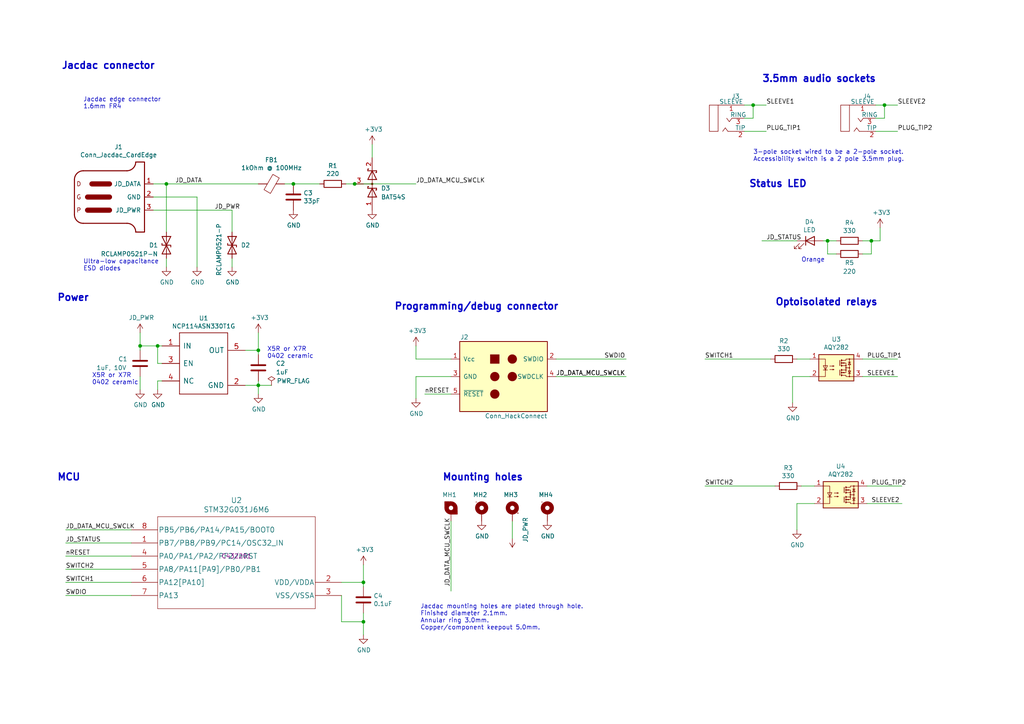
<source format=kicad_sch>
(kicad_sch (version 20220404) (generator eeschema)
  (paper "A4")
  (title_block (title "Jacdac access switch interface") (date "2022-01-07") (rev "v1.5") (comment 3 "Licence: Attribution 4.0 International (CC BY 4.0)") (comment 4 "Matthew Oppenheim"))
  (lib_symbols
    (symbol "Device:C" (pin_numbers hide) (pin_names (offset 0.254))
      (property "Reference" "C" (at 0.635 2.54 0))
      (property "Value" "C" (at 0.635 -2.54 0))
      (symbol "C_0_1"
        (polyline (pts (xy -2.032 -0.762) (xy 2.032 -0.762)) (stroke (width 0.508)))
        (polyline (pts (xy -2.032 0.762) (xy 2.032 0.762)) (stroke (width 0.508)))
      )
      (symbol "C_1_1"
        (pin passive line (at 0 3.81 270) (length 2.794) (name "~") (number "1"))
        (pin passive line (at 0 -3.81 90) (length 2.794) (name "~") (number "2"))
      )
    )
    (symbol "Device:D_Schottky_Dual_Series_AKC" (pin_names (offset 0.762) hide)
      (property "Reference" "D" (at 1.27 -2.54 0))
      (property "Value" "D_Schottky_Dual_Series_AKC" (at 0 2.54 0))
      (symbol "D_Schottky_Dual_Series_AKC_0_1"
        (polyline (pts (xy -3.81 0) (xy 3.81 0)))
        (polyline (pts (xy 0 0) (xy 0 -2.54)))
        (polyline (pts (xy 6.35 0) (xy 7.62 0)))
        (polyline (pts (xy -1.27 -1.27) (xy -1.27 1.27) (xy -1.27 1.27)) (stroke (width 0.254)))
        (polyline (pts (xy 3.81 1.27) (xy 3.81 -1.27) (xy 3.81 -1.27)) (stroke (width 0.254)))
        (polyline (pts (xy -1.27 -1.27) (xy -0.762 -1.27) (xy -0.762 -1.016) (xy -0.762 -1.016)) (stroke (width 0.254)))
        (polyline (pts (xy 3.81 -1.27) (xy 4.318 -1.27) (xy 4.318 -1.016) (xy 4.318 -1.016)) (stroke (width 0.254)))
        (polyline (pts (xy 3.81 1.27) (xy 3.302 1.27) (xy 3.302 1.016) (xy 3.302 1.016)) (stroke (width 0.254)))
        (polyline (pts (xy -1.778 1.016) (xy -1.778 1.27) (xy -1.27 1.27) (xy -1.27 1.27) (xy -1.27 1.27)) (stroke (width 0.254)))
        (polyline (pts (xy -3.81 1.27) (xy -1.27 0) (xy -3.81 -1.27) (xy -3.81 1.27) (xy -3.81 1.27) (xy -3.81 1.27)) (stroke (width 0.254)))
        (polyline (pts (xy 1.27 1.27) (xy 3.81 0) (xy 1.27 -1.27) (xy 1.27 1.27) (xy 1.27 1.27) (xy 1.27 1.27)) (stroke (width 0.254)))
        (circle (center 0 0) (radius 0.254) (fill (type outline)))
        (pin passive line (at -7.62 0 0) (length 3.81) (name "A") (number "1"))
        (pin passive line (at 7.62 0 180) (length 3.81) (name "K") (number "2"))
        (pin passive line (at 0 -5.08 90) (length 2.54) (name "common") (number "3"))
      )
    )
    (symbol "Device:D_TVS" (pin_numbers hide) (pin_names (offset 1.016) hide)
      (property "Reference" "D" (at 0 2.54 0))
      (property "Value" "D_TVS" (at 0 -2.54 0))
      (symbol "D_TVS_0_1"
        (polyline (pts (xy 1.27 0) (xy -1.27 0)))
        (polyline (pts (xy 0.508 1.27) (xy 0 1.27) (xy 0 -1.27) (xy -0.508 -1.27)) (stroke (width 0.254)))
        (polyline (pts (xy -2.54 1.27) (xy -2.54 -1.27) (xy 2.54 1.27) (xy 2.54 -1.27) (xy -2.54 1.27)) (stroke (width 0.254)))
      )
      (symbol "D_TVS_1_1"
        (pin passive line (at -3.81 0 0) (length 2.54) (name "A1") (number "1"))
        (pin passive line (at 3.81 0 180) (length 2.54) (name "A2") (number "2"))
      )
    )
    (symbol "Device:FerriteBead" (pin_numbers hide) (pin_names (offset 0))
      (property "Reference" "FB" (at -3.81 0.635 90))
      (property "Value" "FerriteBead" (at 3.81 0 90))
      (symbol "FerriteBead_0_1"
        (polyline (pts (xy 0 -1.27) (xy 0 -1.2192)))
        (polyline (pts (xy 0 1.27) (xy 0 1.2954)))
        (polyline (pts (xy -2.7686 0.4064) (xy -1.7018 2.2606) (xy 2.7686 -0.3048) (xy 1.6764 -2.159) (xy -2.7686 0.4064)))
      )
      (symbol "FerriteBead_1_1"
        (pin passive line (at 0 3.81 270) (length 2.54) (name "~") (number "1"))
        (pin passive line (at 0 -3.81 90) (length 2.54) (name "~") (number "2"))
      )
    )
    (symbol "Device:LED" (pin_numbers hide) (pin_names (offset 1.016) hide)
      (property "Reference" "D" (at 0 2.54 0))
      (property "Value" "LED" (at 0 -2.54 0))
      (symbol "LED_0_1"
        (polyline (pts (xy -1.27 -1.27) (xy -1.27 1.27)) (stroke (width 0.254)))
        (polyline (pts (xy -1.27 0) (xy 1.27 0)))
        (polyline (pts (xy 1.27 -1.27) (xy 1.27 1.27) (xy -1.27 0) (xy 1.27 -1.27)) (stroke (width 0.254)))
        (polyline (pts (xy -3.048 -0.762) (xy -4.572 -2.286) (xy -3.81 -2.286) (xy -4.572 -2.286) (xy -4.572 -1.524)))
        (polyline (pts (xy -1.778 -0.762) (xy -3.302 -2.286) (xy -2.54 -2.286) (xy -3.302 -2.286) (xy -3.302 -1.524)))
      )
      (symbol "LED_1_1"
        (pin passive line (at -3.81 0 0) (length 2.54) (name "K") (number "1"))
        (pin passive line (at 3.81 0 180) (length 2.54) (name "A") (number "2"))
      )
    )
    (symbol "Device:R" (pin_numbers hide) (pin_names (offset 0))
      (property "Reference" "R" (at 2.032 0 90))
      (property "Value" "R" (at 0 0 90))
      (symbol "R_0_1"
        (rectangle (start -1.016 -2.54) (end 1.016 2.54) (stroke (width 0.254)))
      )
      (symbol "R_1_1"
        (pin passive line (at 0 3.81 270) (length 1.27) (name "~") (number "1"))
        (pin passive line (at 0 -3.81 90) (length 1.27) (name "~") (number "2"))
      )
    )
    (symbol "Jacdac:Conn_HackConnect" (pin_names (offset 1.016))
      (property "Reference" "J" (at -10.16 10.16 0))
      (property "Value" "Conn_HackConnect" (at 13.97 -13.97 0))
      (symbol "Conn_HackConnect_0_1"
        (rectangle (start -11.43 8.89) (end 13.97 -11.43) (stroke (width 0.254)) (fill (type background)))
        (rectangle (start -2.54 5.08) (end 0 2.54) (fill (type outline)))
        (circle (center -1.27 -1.27) (radius 1.27) (fill (type outline)))
      )
      (symbol "Conn_HackConnect_1_1"
        (circle (center -1.27 -6.35) (radius 1.27) (fill (type outline)))
        (circle (center 3.81 -1.27) (radius 1.27) (fill (type outline)))
        (circle (center 3.81 3.81) (radius 1.27) (fill (type outline)))
        (pin power_in line (at -13.97 3.81 0) (length 2.54) (name "Vcc") (number "1"))
        (pin bidirectional line (at 16.51 3.81 180) (length 2.54) (name "SWDIO") (number "2"))
        (pin power_in line (at -13.97 -1.27 0) (length 2.54) (name "GND") (number "3"))
        (pin output line (at 16.51 -1.27 180) (length 2.54) (name "SWDCLK") (number "4"))
        (pin output line (at -13.97 -6.35 0) (length 2.54) (name "~{RESET}") (number "5"))
      )
    )
    (symbol "Jacdac:Conn_Jacdac_CardEdge" (pin_names (offset 1.016))
      (property "Reference" "J" (at -8.89 10.16 0))
      (property "Value" "Conn_Jacdac_CardEdge" (at 10.16 -12.7 0))
      (symbol "Conn_Jacdac_CardEdge_0_0"
        (text "D" (at -10.16 3.81 0) (effects (font (size 1.27 1.27))))
        (text "G" (at -10.16 0 0) (effects (font (size 1.27 1.27))))
        (text "P" (at -10.16 -3.81 0) (effects (font (size 1.27 1.27))))
      )
      (symbol "Conn_Jacdac_CardEdge_0_1"
        (arc (start -11.43 -5.08) (mid -10.6877 -6.8849) (end -8.89 -7.62) (stroke (width 0.3048)))
        (arc (start -8.89 7.62) (mid -10.6697 6.8671) (end -11.43 5.08) (stroke (width 0.3048)))
        (rectangle (start -7.62 -3.81) (end -1.27 -3.81) (stroke (width 1.4986)))
        (rectangle (start -7.62 0) (end -1.27 0) (stroke (width 1.4986)))
        (rectangle (start -6.35 3.81) (end -1.27 3.81) (stroke (width 1.4986)))
        (polyline (pts (xy -11.43 5.08) (xy -11.43 -5.08)) (stroke (width 0.3048)))
        (polyline (pts (xy -8.89 -7.62) (xy 3.81 -7.62)) (stroke (width 0.3048)))
        (polyline (pts (xy -8.89 7.62) (xy 3.81 7.62)) (stroke (width 0.3048)))
        (polyline (pts (xy 6.35 10.16) (xy 8.89 10.16) (xy 8.89 -10.16) (xy 6.35 -10.16)) (stroke (width 0.3048)))
        (arc (start 3.81 7.62) (mid 5.5897 8.3729) (end 6.35 10.16) (stroke (width 0.3048)))
        (arc (start 6.35 -10.16) (mid 5.6077 -8.3551) (end 3.81 -7.62) (stroke (width 0.3048)))
      )
      (symbol "Conn_Jacdac_CardEdge_1_1"
        (pin bidirectional line (at 11.43 3.81 180) (length 2.54) (name "JD_DATA") (number "1"))
        (pin power_in line (at 11.43 0 180) (length 2.54) (name "GND") (number "2"))
        (pin power_out line (at 11.43 -3.81 180) (length 2.54) (name "JD_PWR") (number "3"))
      )
    )
    (symbol "Jacdac:jacdac_PWR" (power) (pin_names (offset 0))
      (property "Value" "jacdac_PWR" (at 0 3.81 0))
      (symbol "jacdac_PWR_0_1"
        (polyline (pts (xy -0.762 1.27) (xy 0 2.54)))
        (polyline (pts (xy 0 0) (xy 0 2.54)))
        (polyline (pts (xy 0 2.54) (xy 0.762 1.27)))
      )
      (symbol "jacdac_PWR_1_1"
        (pin power_in line (at 0 0 90) (length 0) hide (name "JD_PWR") (number "1"))
      )
    )
    (symbol "Jacdac:jacdac_hole_DATA_MH1" (pin_numbers hide) (pin_names (offset 1.016) hide) (in_bom no)
      (property "Reference" "MH" (at 0 6.35 0))
      (property "Value" "jacdac_hole_DATA_MH1" (at 0 4.445 0))
      (symbol "jacdac_hole_DATA_MH1_0_1"
        (rectangle (start -1.778 3.0734) (end -0.6096 2.0574) (fill (type outline)))
        (polyline (pts (xy -1.8288 1.2954) (xy -1.8288 3.0988) (xy -0.0254 3.0988) (xy -1.7526 1.27)))
        (polyline (pts (xy -0.0254 -0.5588) (xy 1.8288 -0.5588) (xy 1.8288 1.27) (xy 0 -0.5334)))
        (circle (center 0 1.27) (radius 1.27) (stroke (width 1.27)))
        (rectangle (start 0.4572 0.508) (end 1.8288 -0.5334) (fill (type outline)))
      )
      (symbol "jacdac_hole_DATA_MH1_1_1"
        (pin input line (at 0 -2.54 90) (length 2.54) (name "MH1") (number "MH1"))
      )
    )
    (symbol "Jacdac:jacdac_hole_GND_MH2" (pin_numbers hide) (pin_names (offset 1.016) hide) (in_bom no)
      (property "Reference" "MH" (at 0 6.35 0))
      (property "Value" "jacdac_hole_GND_MH2" (at 0 4.445 0))
      (symbol "jacdac_hole_GND_MH2_0_0"
        (text "-" (at -1.5494 3.0226 0) (effects (font (size 0.5 0.5))))
      )
      (symbol "jacdac_hole_GND_MH2_0_1"
        (circle (center 0 1.27) (radius 1.27) (stroke (width 1.27)))
      )
      (symbol "jacdac_hole_GND_MH2_1_1"
        (pin input line (at 0 -2.54 90) (length 2.54) (name "MH2") (number "MH2"))
      )
    )
    (symbol "Jacdac:jacdac_hole_GND_MH4" (pin_numbers hide) (pin_names (offset 1.016) hide) (in_bom no)
      (property "Reference" "MH" (at 0 6.35 0))
      (property "Value" "jacdac_hole_GND_MH4" (at 0 4.445 0))
      (symbol "jacdac_hole_GND_MH4_0_0"
        (text "-" (at -1.5494 3.0226 0) (effects (font (size 0.5 0.5))))
      )
      (symbol "jacdac_hole_GND_MH4_0_1"
        (circle (center 0 1.27) (radius 1.27) (stroke (width 1.27)))
      )
      (symbol "jacdac_hole_GND_MH4_1_1"
        (pin input line (at 0 -2.54 90) (length 2.54) (name "MH4") (number "MH4"))
      )
    )
    (symbol "Jacdac:jacdac_hole_PWR_MH3" (pin_numbers hide) (pin_names (offset 1.016) hide) (in_bom no)
      (property "Reference" "MH" (at 0 6.35 0))
      (property "Value" "jacdac_hole_PWR_MH3" (at 0 4.445 0))
      (symbol "jacdac_hole_PWR_MH3_0_0"
        (text "+" (at 1.6256 -0.2032 0) (effects (font (size 0.5 0.5))))
      )
      (symbol "jacdac_hole_PWR_MH3_0_1"
        (circle (center 0 1.27) (radius 1.27) (stroke (width 1.27)))
      )
      (symbol "jacdac_hole_PWR_MH3_1_1"
        (pin input line (at 0 -2.54 90) (length 2.54) (name "MH3") (number "MH3"))
      )
    )
    (symbol "jacdac_access_switch_interface:AQY282" (pin_names (offset 1.016))
      (property "Reference" "U" (at -5.08 5.08 0))
      (property "Value" "AQY282" (at 0 5.08 0))
      (symbol "AQY282_0_1"
        (rectangle (start -5.08 3.81) (end 5.08 -3.81) (stroke (width 0.254)) (fill (type background)))
        (polyline (pts (xy -3.81 -0.635) (xy -2.54 -0.635)))
        (polyline (pts (xy -3.175 0.635) (xy -3.175 -0.635)))
        (polyline (pts (xy 1.016 -0.635) (xy 1.016 -2.159)) (stroke (width 0.2032)))
        (polyline (pts (xy 1.016 2.159) (xy 1.016 0.635)) (stroke (width 0.2032)))
        (polyline (pts (xy 1.524 -0.508) (xy 1.524 -0.762)) (stroke (width 0.3556)))
        (polyline (pts (xy 2.794 0) (xy 3.81 0)))
        (polyline (pts (xy 3.429 -1.651) (xy 4.191 -1.651)))
        (polyline (pts (xy 3.429 1.651) (xy 4.191 1.651)))
        (polyline (pts (xy 3.81 0) (xy 3.81 -2.54)))
        (polyline (pts (xy 3.81 0) (xy 3.81 2.54)))
        (polyline (pts (xy -5.08 2.54) (xy -3.175 2.54) (xy -3.175 0.635)))
        (polyline (pts (xy -3.175 -0.635) (xy -3.175 -2.54) (xy -5.08 -2.54)))
        (polyline (pts (xy 1.524 -2.032) (xy 1.524 -2.286) (xy 1.524 -2.286)) (stroke (width 0.3556)))
        (polyline (pts (xy 1.524 -1.27) (xy 1.524 -1.524) (xy 1.524 -1.524)) (stroke (width 0.3556)))
        (polyline (pts (xy 1.524 0.762) (xy 1.524 0.508) (xy 1.524 0.508)) (stroke (width 0.3556)))
        (polyline (pts (xy 1.524 1.524) (xy 1.524 1.27) (xy 1.524 1.27)) (stroke (width 0.3556)))
        (polyline (pts (xy 1.524 2.286) (xy 1.524 2.032) (xy 1.524 2.032)) (stroke (width 0.3556)))
        (polyline (pts (xy 1.651 -1.397) (xy 2.794 -1.397) (xy 2.794 -0.635)))
        (polyline (pts (xy 1.651 1.397) (xy 2.794 1.397) (xy 2.794 0.635)))
        (polyline (pts (xy -3.175 -0.635) (xy -3.81 0.635) (xy -2.54 0.635) (xy -3.175 -0.635)))
        (polyline (pts (xy 1.651 -2.159) (xy 2.794 -2.159) (xy 2.794 -2.54) (xy 5.08 -2.54)))
        (polyline (pts (xy 1.651 -0.635) (xy 2.794 -0.635) (xy 2.794 0.635) (xy 1.651 0.635)))
        (polyline (pts (xy 1.651 2.159) (xy 2.794 2.159) (xy 2.794 2.54) (xy 5.08 2.54)))
        (polyline (pts (xy 1.778 -1.397) (xy 2.286 -1.27) (xy 2.286 -1.524) (xy 1.778 -1.397)))
        (polyline (pts (xy 1.778 1.397) (xy 2.286 1.524) (xy 2.286 1.27) (xy 1.778 1.397)))
        (polyline (pts (xy 3.81 -1.651) (xy 3.429 -0.889) (xy 4.191 -0.889) (xy 3.81 -1.651)))
        (polyline (pts (xy 3.81 1.651) (xy 3.429 0.889) (xy 4.191 0.889) (xy 3.81 1.651)))
        (polyline (pts (xy -1.905 -0.508) (xy -0.635 -0.508) (xy -1.016 -0.635) (xy -1.016 -0.381) (xy -0.635 -0.508)))
        (polyline (pts (xy -1.905 0.508) (xy -0.635 0.508) (xy -1.016 0.381) (xy -1.016 0.635) (xy -0.635 0.508)))
        (circle (center 2.794 -0.635) (radius 0.127))
        (circle (center 2.794 0) (radius 0.127))
        (circle (center 2.794 0.635) (radius 0.127))
        (circle (center 3.81 -2.54) (radius 0.127))
        (circle (center 3.81 0) (radius 0.127))
        (circle (center 3.81 2.54) (radius 0.127))
      )
      (symbol "AQY282_1_1"
        (pin passive line (at -7.62 2.54 0) (length 2.54) (name "~") (number "1"))
        (pin power_in line (at -7.62 -2.54 0) (length 2.54) (name "~") (number "2"))
        (pin passive line (at 7.62 -2.54 180) (length 2.54) (name "~") (number "3"))
        (pin passive line (at 7.62 2.54 180) (length 2.54) (name "~") (number "4"))
      )
    )
    (symbol "jacdac_access_switch_interface:NCP114ASN330T1G" (pin_names (offset 1.016))
      (property "Reference" "U" (at 0 0 0))
      (property "Value" "NCP114ASN330T1G" (at 6.35 -11.43 0))
      (symbol "NCP114ASN330T1G_1_1"
        (polyline (pts (xy -7.62 -8.89) (xy 6.35 -8.89)) (stroke (width 0.2032)))
        (polyline (pts (xy -7.62 8.89) (xy -7.62 -8.89)) (stroke (width 0.2032)))
        (polyline (pts (xy 6.35 -8.89) (xy 6.35 8.89)) (stroke (width 0.2032)))
        (polyline (pts (xy 6.35 8.89) (xy -7.62 8.89)) (stroke (width 0.2032)))
        (pin power_in line (at -12.7 5.08 0) (length 5.08) (name "IN") (number "1"))
        (pin power_in line (at 11.43 -6.35 180) (length 5.08) (name "GND") (number "2"))
        (pin input line (at -12.7 0 0) (length 5.08) (name "EN") (number "3"))
        (pin passive line (at -12.7 -5.08 0) (length 5.08) (name "NC") (number "4"))
        (pin power_out line (at 11.43 3.81 180) (length 5.08) (name "OUT") (number "5"))
      )
    )
    (symbol "jacdac_access_switch_interface:STM32G031J6M6" (pin_names (offset 0.254))
      (property "Reference" "U" (at -21.59 13.97 0))
      (property "Value" "STM32G031J6M6" (at 12.7 -17.78 0))
      (property "LCSC" "C432201" (at 0 0 0))
      (symbol "STM32G031J6M6_1_1"
        (polyline (pts (xy -22.86 -15.24) (xy 22.86 -15.24)) (stroke (width 0.127)))
        (polyline (pts (xy -22.86 11.43) (xy -22.86 -15.24)) (stroke (width 0.127)))
        (polyline (pts (xy 22.86 -15.24) (xy 22.86 11.43)) (stroke (width 0.127)))
        (polyline (pts (xy 22.86 11.43) (xy -22.86 11.43)) (stroke (width 0.127)))
        (pin bidirectional line (at -30.48 3.81 0) (length 7.62) (name "PB7/PB8/PB9/PC14/OSC32_IN") (number "1"))
        (pin power_in line (at 30.48 -7.62 180) (length 7.62) (name "VDD/VDDA") (number "2"))
        (pin power_in line (at 30.48 -11.43 180) (length 7.62) (name "VSS/VSSA") (number "3"))
        (pin bidirectional line (at -30.48 0 0) (length 7.62) (name "PA0/PA1/PA2/PF2/nRST") (number "4"))
        (pin bidirectional line (at -30.48 -3.81 0) (length 7.62) (name "PA8/PA11[PA9]/PB0/PB1") (number "5"))
        (pin bidirectional line (at -30.48 -7.62 0) (length 7.62) (name "PA12[PA10]") (number "6"))
        (pin bidirectional line (at -30.48 -11.43 0) (length 7.62) (name "PA13") (number "7"))
        (pin bidirectional line (at -30.48 7.62 0) (length 7.62) (name "PB5/PB6/PA14/PA15/BOOT0") (number "8"))
      )
    )
    (symbol "jacdac_access_switch_interface:jack_3.5_pj313d" (pin_names (offset 0))
      (property "Reference" "J" (at -8.89 -7.62 0))
      (symbol "jack_3.5_pj313d_0_1"
        (polyline (pts (xy -3.5052 -5.08) (xy -1.016 -5.08)))
      )
      (symbol "jack_3.5_pj313d_1_1"
        (rectangle (start -8.89 2.54) (end -6.35 -5.08))
        (polyline (pts (xy -4.2672 -4.064) (xy -5.0292 -5.08)))
        (polyline (pts (xy -3.5052 -5.08) (xy -4.2672 -4.064)))
        (polyline (pts (xy -3.0988 -2.286) (xy -3.8608 -1.27)))
        (polyline (pts (xy -2.3368 -1.27) (xy -3.0988 -2.286)))
        (pin bidirectional line (at 1.27 2.54 180) (length 7.5946) (name "SLEEVE") (number "1"))
        (pin bidirectional line (at 1.27 -5.08 180) (length 2.286) (name "TIP") (number "2"))
        (pin bidirectional line (at 1.27 -1.27 180) (length 3.556) (name "RING") (number "3"))
      )
    )
    (symbol "power:+3V3" (power) (pin_names (offset 0))
      (property "Value" "+3V3" (at 0 3.556 0))
      (symbol "+3V3_0_1"
        (polyline (pts (xy -0.762 1.27) (xy 0 2.54)))
        (polyline (pts (xy 0 0) (xy 0 2.54)))
        (polyline (pts (xy 0 2.54) (xy 0.762 1.27)))
      )
      (symbol "+3V3_1_1"
        (pin power_in line (at 0 0 90) (length 0) hide (name "+3V3") (number "1"))
      )
    )
    (symbol "power:GND" (power) (pin_names (offset 0))
      (property "Value" "GND" (at 0 -3.81 0))
      (symbol "GND_0_1"
        (polyline (pts (xy 0 0) (xy 0 -1.27) (xy 1.27 -1.27) (xy 0 -2.54) (xy -1.27 -1.27) (xy 0 -1.27)))
      )
      (symbol "GND_1_1"
        (pin power_in line (at 0 0 270) (length 0) hide (name "GND") (number "1"))
      )
    )
    (symbol "power:PWR_FLAG" (power) (pin_numbers hide) (pin_names (offset 0) hide)
      (property "Value" "PWR_FLAG" (at 0 3.81 0))
      (symbol "PWR_FLAG_0_0"
        (pin power_out line (at 0 0 90) (length 0) (name "pwr") (number "1"))
      )
      (symbol "PWR_FLAG_0_1"
        (polyline (pts (xy 0 0) (xy 0 1.27) (xy -1.016 1.905) (xy 0 2.54) (xy 1.016 1.905) (xy 0 1.27)))
      )
    )
  )
  (junction (at 252.73 69.85))
  (junction (at 105.41 180.34))
  (junction (at 85.09 53.34))
  (junction (at 74.93 101.6))
  (junction (at 74.93 111.76))
  (junction (at 40.64 100.33))
  (junction (at 240.03 69.85))
  (junction (at 218.44 30.48))
  (junction (at 105.41 168.91))
  (junction (at 45.72 100.33))
  (junction (at 102.87 53.34))
  (junction (at 48.26 53.34))
  (junction (at 256.54 30.48))
  (wire (pts (xy 236.22 146.05) (xy 231.14 146.05)))
  (wire (pts (xy 105.41 180.34) (xy 105.41 184.15)))
  (wire (pts (xy 105.41 177.8) (xy 105.41 180.34)))
  (wire (pts (xy 130.81 104.14) (xy 120.65 104.14)))
  (wire (pts (xy 45.72 100.33) (xy 40.64 100.33)))
  (wire (pts (xy 130.81 114.3) (xy 123.19 114.3)))
  (wire (pts (xy 161.29 109.22) (xy 181.61 109.22)))
  (wire (pts (xy 92.71 53.34) (xy 85.09 53.34)))
  (wire (pts (xy 71.12 111.76) (xy 74.93 111.76)))
  (wire (pts (xy 57.15 57.15) (xy 57.15 77.47)))
  (wire (pts (xy 107.95 41.91) (xy 107.95 45.72)))
  (wire (pts (xy 218.44 30.48) (xy 218.44 34.29)))
  (wire (pts (xy 99.06 172.72) (xy 99.06 180.34)))
  (wire (pts (xy 19.05 153.67) (xy 38.1 153.67)))
  (wire (pts (xy 218.44 30.48) (xy 222.25 30.48)))
  (wire (pts (xy 67.31 60.96) (xy 67.31 67.31)))
  (wire (pts (xy 40.64 100.33) (xy 40.64 96.52)))
  (wire (pts (xy 161.29 104.14) (xy 181.61 104.14)))
  (wire (pts (xy 231.14 146.05) (xy 231.14 153.67)))
  (wire (pts (xy 240.03 69.85) (xy 240.03 73.66)))
  (wire (pts (xy 254 30.48) (xy 256.54 30.48)))
  (wire (pts (xy 231.14 69.85) (xy 220.98 69.85)))
  (wire (pts (xy 204.47 104.14) (xy 223.52 104.14)))
  (wire (pts (xy 130.81 151.13) (xy 130.81 171.45)))
  (wire (pts (xy 148.59 151.13) (xy 148.59 156.21)))
  (wire (pts (xy 256.54 30.48) (xy 256.54 34.29)))
  (wire (pts (xy 45.72 105.41) (xy 45.72 100.33)))
  (wire (pts (xy 44.45 53.34) (xy 48.26 53.34)))
  (wire (pts (xy 74.93 110.49) (xy 74.93 111.76)))
  (wire (pts (xy 82.55 53.34) (xy 85.09 53.34)))
  (wire (pts (xy 38.1 157.48) (xy 19.05 157.48)))
  (wire (pts (xy 74.93 101.6) (xy 74.93 102.87)))
  (wire (pts (xy 255.27 69.85) (xy 255.27 66.04)))
  (wire (pts (xy 250.19 104.14) (xy 260.35 104.14)))
  (wire (pts (xy 99.06 180.34) (xy 105.41 180.34)))
  (wire (pts (xy 46.99 100.33) (xy 45.72 100.33)))
  (wire (pts (xy 67.31 77.47) (xy 67.31 74.93)))
  (wire (pts (xy 74.93 111.76) (xy 74.93 114.3)))
  (wire (pts (xy 19.05 172.72) (xy 38.1 172.72)))
  (wire (pts (xy 252.73 69.85) (xy 252.73 73.66)))
  (wire (pts (xy 120.65 104.14) (xy 120.65 100.33)))
  (wire (pts (xy 229.87 109.22) (xy 229.87 116.84)))
  (wire (pts (xy 130.81 109.22) (xy 120.65 109.22)))
  (wire (pts (xy 44.45 57.15) (xy 57.15 57.15)))
  (wire (pts (xy 120.65 109.22) (xy 120.65 115.57)))
  (wire (pts (xy 240.03 69.85) (xy 238.76 69.85)))
  (wire (pts (xy 38.1 168.91) (xy 19.05 168.91)))
  (wire (pts (xy 44.45 60.96) (xy 67.31 60.96)))
  (wire (pts (xy 48.26 53.34) (xy 48.26 67.31)))
  (wire (pts (xy 105.41 168.91) (xy 105.41 163.83)))
  (wire (pts (xy 100.33 53.34) (xy 102.87 53.34)))
  (wire (pts (xy 45.72 113.03) (xy 45.72 110.49)))
  (wire (pts (xy 71.12 101.6) (xy 74.93 101.6)))
  (wire (pts (xy 256.54 30.48) (xy 260.35 30.48)))
  (wire (pts (xy 40.64 109.22) (xy 40.64 113.03)))
  (wire (pts (xy 99.06 168.91) (xy 105.41 168.91)))
  (wire (pts (xy 250.19 109.22) (xy 260.35 109.22)))
  (wire (pts (xy 254 34.29) (xy 256.54 34.29)))
  (wire (pts (xy 254 38.1) (xy 260.35 38.1)))
  (wire (pts (xy 215.9 38.1) (xy 222.25 38.1)))
  (wire (pts (xy 74.93 101.6) (xy 74.93 96.52)))
  (wire (pts (xy 251.46 140.97) (xy 261.62 140.97)))
  (wire (pts (xy 232.41 140.97) (xy 236.22 140.97)))
  (wire (pts (xy 252.73 69.85) (xy 255.27 69.85)))
  (wire (pts (xy 250.19 73.66) (xy 252.73 73.66)))
  (wire (pts (xy 215.9 34.29) (xy 218.44 34.29)))
  (wire (pts (xy 242.57 69.85) (xy 240.03 69.85)))
  (wire (pts (xy 102.87 53.34) (xy 120.65 53.34)))
  (wire (pts (xy 250.19 69.85) (xy 252.73 69.85)))
  (wire (pts (xy 215.9 30.48) (xy 218.44 30.48)))
  (wire (pts (xy 45.72 110.49) (xy 46.99 110.49)))
  (wire (pts (xy 40.64 101.6) (xy 40.64 100.33)))
  (wire (pts (xy 204.47 140.97) (xy 224.79 140.97)))
  (wire (pts (xy 234.95 109.22) (xy 229.87 109.22)))
  (wire (pts (xy 240.03 73.66) (xy 242.57 73.66)))
  (wire (pts (xy 19.05 165.1) (xy 38.1 165.1)))
  (wire (pts (xy 48.26 53.34) (xy 74.93 53.34)))
  (wire (pts (xy 46.99 105.41) (xy 45.72 105.41)))
  (wire (pts (xy 231.14 104.14) (xy 234.95 104.14)))
  (wire (pts (xy 251.46 146.05) (xy 261.62 146.05)))
  (wire (pts (xy 105.41 170.18) (xy 105.41 168.91)))
  (wire (pts (xy 48.26 74.93) (xy 48.26 77.47)))
  (wire (pts (xy 19.05 161.29) (xy 38.1 161.29)))
  (wire (pts (xy 74.93 111.76) (xy 78.74 111.76)))
  (text "Programming/debug connector" (at 114.3 90.17 0) (effects (font (size 2.0066 2.0066) (thickness 0.4013) bold) (justify left bottom)))
  (text "Jacdac connector" (at 17.78 20.32 0) (effects (font (size 2.0066 2.0066) (thickness 0.4013) bold) (justify left bottom)))
  (text "Orange" (at 232.41 76.2 0) (effects (font (size 1.27 1.27)) (justify left bottom)))
  (text "X5R or X7R \n0402 ceramic" (at 26.67 111.76 0) (effects (font (size 1.27 1.27)) (justify left bottom)))
  (text "Optoisolated relays\n" (at 224.79 88.9 0) (effects (font (size 2.0066 2.0066) (thickness 0.4013) bold) (justify left bottom)))
  (text "X5R or X7R \n0402 ceramic" (at 77.47 104.14 0) (effects (font (size 1.27 1.27)) (justify left bottom)))
  (text "Ultra-low capacitance\nESD diodes" (at 24.13 78.74 0) (effects (font (size 1.27 1.27)) (justify left bottom)))
  (text "Status LED" (at 217.17 54.61 0) (effects (font (size 2.0066 2.0066) (thickness 0.4013) bold) (justify left bottom)))
  (text "Jacdac edge connector\n1.6mm FR4" (at 24.13 31.75 0) (effects (font (size 1.27 1.27)) (justify left bottom)))
  (text "Mounting holes" (at 128.27 139.7 0) (effects (font (size 2.0066 2.0066) (thickness 0.4013) bold) (justify left bottom)))
  (text "Jacdac mounting holes are plated through hole.\nFinished diameter 2.1mm.\nAnnular ring 3.0mm.\nCopper/component keepout 5.0mm." (at 121.92 182.88 0) (effects (font (size 1.27 1.27)) (justify left bottom)))
  (text "MCU" (at 16.51 139.7 0) (effects (font (size 2.0066 2.0066) (thickness 0.4013) bold) (justify left bottom)))
  (text "3-pole socket wired to be a 2-pole socket.\nAccessibility switch is a 2 pole 3.5mm plug. " (at 218.44 46.99 0) (effects (font (size 1.27 1.27)) (justify left bottom)))
  (text "Power" (at 16.51 87.63 0) (effects (font (size 2.0066 2.0066) (thickness 0.4013) bold) (justify left bottom)))
  (text "3.5mm audio sockets" (at 220.98 24.13 0) (effects (font (size 2.0066 2.0066) (thickness 0.4013) bold) (justify left bottom)))
  (label "nRESET" (at 19.05 161.29 0))
  (label "PLUG_TIP2" (at 260.35 38.1 0))
  (label "SWDIO" (at 175.26 104.14 0))
  (label "SLEEVE2" (at 252.73 146.05 0))
  (label "PLUG_TIP1" (at 222.25 38.1 0))
  (label "SWITCH2" (at 19.05 165.1 0))
  (label "PLUG_TIP1" (at 251.46 104.14 0))
  (label "JD_DATA_MCU_SWCLK" (at 130.81 170.18 90))
  (label "PLUG_TIP2" (at 252.73 140.97 0))
  (label "SWITCH1" (at 204.47 104.14 0))
  (label "SLEEVE1" (at 251.46 109.22 0))
  (label "SWITCH1" (at 19.05 168.91 0))
  (label "SWITCH2" (at 204.47 140.97 0))
  (label "SWDIO" (at 19.05 172.72 0))
  (label "nRESET" (at 123.19 114.3 0))
  (label "JD_DATA_MCU_SWCLK" (at 120.65 53.34 0))
  (label "JD_DATA" (at 50.8 53.34 0))
  (label "SLEEVE1" (at 222.25 30.48 0))
  (label "JD_STATUS" (at 19.05 157.48 0))
  (label "JD_DATA_MCU_SWCLK" (at 161.29 109.22 0))
  (label "JD_DATA_MCU_SWCLK" (at 19.05 153.67 0))
  (label "JD_PWR" (at 62.23 60.96 0))
  (label "SLEEVE2" (at 260.35 30.48 0))
  (label "JD_DATA_MCU_SWCLK" (at 161.29 109.22 0))
  (label "JD_STATUS" (at 222.25 69.85 0))
  (symbol (lib_id "Jacdac:Conn_Jacdac_CardEdge") (at 33.02 57.15 0) (unit 1)
    (default_instance (reference "U") (unit 1) (value "") (footprint ""))
    (property "Reference" "J1" (at 34.3916 42.6212 0))
    (property "Value" "Conn_Jacdac_CardEdge" (at 34.3916 44.9326 0))
    (property "Footprint" "Jacdac:JD-PEC-02_Prerouted_recessed" (effects hide))
  )
  (symbol (lib_id "Device:C") (at 85.09 57.15 0) (unit 1)
    (default_instance (reference "U") (unit 1) (value "") (footprint ""))
    (property "Reference" "C3" (at 88.011 55.9816 0) (effects (justify left)))
    (property "Value" "33pF" (at 88.011 58.293 0) (effects (justify left)))
    (property "Footprint" "jacdac_access_switch_interface:C_0402_1005Metric" (effects hide))
    (property "LCSC" "C1562" (effects hide))
  )
  (symbol (lib_id "power:GND") (at 85.09 60.96 0) (unit 1)
    (default_instance (reference "U") (unit 1) (value "") (footprint ""))
    (property "Reference" "#PWR0109" (effects hide))
    (property "Value" "GND" (at 85.217 65.3542 0))
  )
  (symbol (lib_id "Device:D_Schottky_Dual_Series_AKC") (at 107.95 53.34 270) (mirror x) (unit 1)
    (default_instance (reference "U") (unit 1) (value "") (footprint ""))
    (property "Reference" "D3" (at 110.49 54.61 90) (effects (justify left)))
    (property "Value" "BAT54S" (at 110.49 57.15 90) (effects (justify left)))
    (property "Footprint" "jacdac_access_switch_interface:SOT-23" (effects hide))
    (property "LCSC" "C47546" (effects hide))
  )
  (symbol (lib_id "power:GND") (at 107.95 60.96 0) (unit 1)
    (default_instance (reference "U") (unit 1) (value "") (footprint ""))
    (property "Reference" "#PWR0119" (effects hide))
    (property "Value" "GND" (at 108.077 65.3542 0))
  )
  (symbol (lib_id "power:+3V3") (at 107.95 41.91 0) (unit 1)
    (default_instance (reference "U") (unit 1) (value "") (footprint ""))
    (property "Reference" "#PWR0120" (effects hide))
    (property "Value" "+3V3" (at 108.331 37.5158 0))
  )
  (symbol (lib_id "Jacdac:jacdac_hole_DATA_MH1") (at 130.81 148.59 0) (unit 1) (in_bom no)
    (default_instance (reference "U") (unit 1) (value "") (footprint ""))
    (property "Reference" "MH1" (at 128.27 143.51 0) (effects (justify left)))
    (property "Value" "MountingHole_Pad" (effects hide))
    (property "Footprint" "Jacdac:jacdac_hole_DATA_notched_MH1" (effects hide))
  )
  (symbol (lib_id "Jacdac:jacdac_hole_PWR_MH3") (at 148.59 148.59 0) (unit 1) (in_bom no)
    (default_instance (reference "U") (unit 1) (value "") (footprint ""))
    (property "Reference" "MH3" (at 146.05 143.51 0) (effects (justify left)))
    (property "Value" "MountingHole_Pad" (effects hide))
    (property "Footprint" "Jacdac:jacdac_hole_PWR_MH3" (effects hide))
  )
  (symbol (lib_id "power:GND") (at 139.7 151.13 0) (unit 1)
    (default_instance (reference "U") (unit 1) (value "") (footprint ""))
    (property "Reference" "#PWR0107" (effects hide))
    (property "Value" "GND" (at 139.827 155.5242 0))
  )
  (symbol (lib_id "power:GND") (at 158.75 151.13 0) (unit 1)
    (default_instance (reference "U") (unit 1) (value "") (footprint ""))
    (property "Reference" "#PWR0106" (effects hide))
    (property "Value" "GND" (at 158.877 155.5242 0))
  )
  (symbol (lib_id "Device:FerriteBead") (at 78.74 53.34 270) (unit 1)
    (default_instance (reference "U") (unit 1) (value "") (footprint ""))
    (property "Reference" "FB1" (at 78.74 46.3804 90))
    (property "Value" "1kOhm @ 100MHz" (at 78.74 48.6918 90))
    (property "Footprint" "jacdac_access_switch_interface:L_0402_1005Metric" (effects hide))
    (property "LCSC" "C21516" (effects hide))
  )
  (symbol (lib_id "Jacdac:jacdac_PWR") (at 148.59 156.21 180) (unit 1)
    (default_instance (reference "U") (unit 1) (value "") (footprint ""))
    (property "Reference" "#PWR0105" (effects hide))
    (property "Value" "jacdac_PWR" (at 152.4 153.67 90))
  )
  (symbol (lib_id "Device:R") (at 96.52 53.34 270) (unit 1)
    (default_instance (reference "U") (unit 1) (value "") (footprint ""))
    (property "Reference" "R1" (at 96.52 48.0822 90))
    (property "Value" "220" (at 96.52 50.3936 90))
    (property "Footprint" "jacdac_access_switch_interface:R_0402_1005Metric" (effects hide))
    (property "LCSC" "C25091" (effects hide))
  )
  (symbol (lib_id "power:+3V3") (at 120.65 100.33 0) (unit 1)
    (default_instance (reference "U") (unit 1) (value "") (footprint ""))
    (property "Reference" "#PWR0104" (effects hide))
    (property "Value" "+3V3" (at 121.031 95.9358 0))
  )
  (symbol (lib_id "power:GND") (at 120.65 115.57 0) (unit 1)
    (default_instance (reference "U") (unit 1) (value "") (footprint ""))
    (property "Reference" "#PWR0101" (effects hide))
    (property "Value" "GND" (at 120.777 119.9642 0))
  )
  (symbol (lib_id "Jacdac:Conn_HackConnect") (at 144.78 107.95 0) (unit 1)
    (default_instance (reference "U") (unit 1) (value "") (footprint ""))
    (property "Reference" "J2" (at 135.89 97.79 0) (effects (justify right)))
    (property "Value" "Conn_HackConnect" (at 158.75 120.65 0) (effects (justify right)))
    (property "Footprint" "Jacdac:HackConnect_P1.27mm" (effects hide))
  )
  (symbol (lib_id "power:+3V3") (at 74.93 96.52 0) (unit 1)
    (default_instance (reference "U") (unit 1) (value "") (footprint ""))
    (property "Reference" "#PWR0108" (effects hide))
    (property "Value" "+3V3" (at 75.311 92.1258 0))
  )
  (symbol (lib_id "Device:C") (at 74.93 106.68 0) (unit 1)
    (default_instance (reference "U") (unit 1) (value "") (footprint ""))
    (property "Reference" "C2" (at 80.01 105.41 0) (effects (justify left)))
    (property "Value" "1uF" (at 80.01 107.95 0) (effects (justify left)))
    (property "Footprint" "jacdac_access_switch_interface:C_0402_1005Metric" (effects hide))
    (property "LCSC" "C52923" (effects hide))
  )
  (symbol (lib_id "power:GND") (at 74.93 114.3 0) (unit 1)
    (default_instance (reference "U") (unit 1) (value "") (footprint ""))
    (property "Reference" "#PWR0114" (effects hide))
    (property "Value" "GND" (at 75.057 118.6942 0))
  )
  (symbol (lib_id "Device:C") (at 40.64 105.41 0) (unit 1)
    (default_instance (reference "U") (unit 1) (value "") (footprint ""))
    (property "Reference" "C1" (at 34.29 104.14 0) (effects (justify left)))
    (property "Value" "1uF, 10V" (at 27.94 106.68 0) (effects (justify left)))
    (property "Footprint" "jacdac_access_switch_interface:C_0402_1005Metric" (effects hide))
    (property "LCSC" "C52923" (effects hide))
  )
  (symbol (lib_id "power:GND") (at 40.64 113.03 0) (unit 1)
    (default_instance (reference "U") (unit 1) (value "") (footprint ""))
    (property "Reference" "#PWR0115" (effects hide))
    (property "Value" "GND" (at 40.767 117.4242 0))
  )
  (symbol (lib_id "Jacdac:jacdac_PWR") (at 40.64 96.52 0) (unit 1)
    (default_instance (reference "U") (unit 1) (value "") (footprint ""))
    (property "Reference" "#PWR0121" (effects hide))
    (property "Value" "JD_PWR" (at 41.021 92.1258 0))
  )
  (symbol (lib_id "Device:D_TVS") (at 48.26 71.12 270) (unit 1)
    (default_instance (reference "U") (unit 1) (value "") (footprint ""))
    (property "Reference" "D1" (at 43.18 71.12 90) (effects (justify left)))
    (property "Value" "RCLAMP0521P-N" (at 29.21 73.66 90) (effects (justify left)))
    (property "Footprint" "jacdac_access_switch_interface:D_0402_1005Metric" (effects hide))
    (property "LCSC" "C316043" (effects hide))
  )
  (symbol (lib_id "power:GND") (at 48.26 77.47 0) (unit 1)
    (default_instance (reference "U") (unit 1) (value "") (footprint ""))
    (property "Reference" "#PWR0110" (effects hide))
    (property "Value" "GND" (at 48.387 81.8642 0))
  )
  (symbol (lib_id "Device:D_TVS") (at 67.31 71.12 270) (unit 1)
    (default_instance (reference "U") (unit 1) (value "") (footprint ""))
    (property "Reference" "D2" (at 69.85 71.12 90) (effects (justify left)))
    (property "Value" "RCLAMP0521-P" (at 63.5 64.77 0) (effects (justify left)))
    (property "Footprint" "jacdac_access_switch_interface:D_0402_1005Metric" (effects hide))
    (property "LCSC" "C316043" (effects hide))
  )
  (symbol (lib_id "power:GND") (at 67.31 77.47 0) (unit 1)
    (default_instance (reference "U") (unit 1) (value "") (footprint ""))
    (property "Reference" "#PWR0112" (effects hide))
    (property "Value" "GND" (at 67.437 81.8642 0))
  )
  (symbol (lib_id "power:GND") (at 57.15 77.47 0) (unit 1)
    (default_instance (reference "U") (unit 1) (value "") (footprint ""))
    (property "Reference" "#PWR0111" (effects hide))
    (property "Value" "GND" (at 57.277 81.8642 0))
  )
  (symbol (lib_id "Device:R") (at 246.38 69.85 270) (unit 1)
    (default_instance (reference "U") (unit 1) (value "") (footprint ""))
    (property "Reference" "R4" (at 246.38 64.5922 90))
    (property "Value" "330" (at 246.38 66.9036 90))
    (property "Footprint" "jacdac_access_switch_interface:R_0402_1005Metric" (effects hide))
    (property "LCSC" "C270649" (effects hide))
  )
  (symbol (lib_id "power:+3V3") (at 255.27 66.04 0) (unit 1)
    (default_instance (reference "U") (unit 1) (value "") (footprint ""))
    (property "Reference" "#PWR0113" (effects hide))
    (property "Value" "+3V3" (at 255.651 61.6458 0))
  )
  (symbol (lib_id "Device:LED") (at 234.95 69.85 0) (unit 1)
    (default_instance (reference "U") (unit 1) (value "") (footprint ""))
    (property "Reference" "D4" (at 234.7722 64.3636 0))
    (property "Value" "LED" (at 234.7722 66.675 0))
    (property "Footprint" "jacdac_access_switch_interface:LED_0603_1608Metric" (effects hide))
    (property "LCSC" "C375450" (effects hide))
  )
  (symbol (lib_id "power:+3V3") (at 105.41 163.83 0) (unit 1)
    (default_instance (reference "U") (unit 1) (value "") (footprint ""))
    (property "Reference" "#PWR0102" (effects hide))
    (property "Value" "+3V3" (at 105.791 159.4358 0))
  )
  (symbol (lib_id "Device:C") (at 105.41 173.99 0) (unit 1)
    (default_instance (reference "U") (unit 1) (value "") (footprint ""))
    (property "Reference" "C4" (at 108.331 172.8216 0) (effects (justify left)))
    (property "Value" "0.1uF" (at 108.331 175.133 0) (effects (justify left)))
    (property "Footprint" "jacdac_access_switch_interface:C_0402_1005Metric" (effects hide))
    (property "LCSC" "C52923" (effects hide))
  )
  (symbol (lib_id "power:GND") (at 105.41 184.15 0) (unit 1)
    (default_instance (reference "U") (unit 1) (value "") (footprint ""))
    (property "Reference" "#PWR0103" (effects hide))
    (property "Value" "GND" (at 105.537 188.5442 0))
  )
  (symbol (lib_id "power:GND") (at 45.72 113.03 0) (unit 1)
    (default_instance (reference "U") (unit 1) (value "") (footprint ""))
    (property "Reference" "#PWR0116" (effects hide))
    (property "Value" "GND" (at 45.847 117.4242 0))
  )
  (symbol (lib_id "jacdac_access_switch_interface:STM32G031J6M6") (at 68.58 161.29 0) (unit 1)
    (default_instance (reference "U") (unit 1) (value "") (footprint ""))
    (property "Reference" "U2" (at 68.58 145.1102 0) (effects (font (size 1.524 1.524))))
    (property "Value" "STM32G031J6M6" (at 68.58 147.8026 0) (effects (font (size 1.524 1.524))))
    (property "Footprint" "jacdac_access_switch_interface:SOIC-8_W3.9mm" (effects hide))
    (property "LCSC" "C432201" (at 68.58 161.29 0))
  )
  (symbol (lib_id "jacdac_access_switch_interface:NCP114ASN330T1G") (at 59.69 105.41 0) (unit 1)
    (default_instance (reference "U") (unit 1) (value "") (footprint ""))
    (property "Reference" "U1" (at 59.055 92.3036 0))
    (property "Value" "NCP114ASN330T1G" (at 59.055 94.615 0))
    (property "Footprint" "jacdac_access_switch_interface:SOT-23-5" (effects hide))
    (property "LCSC" "C457666 " (effects hide))
  )
  (symbol (lib_id "jacdac_access_switch_interface:AQY282") (at 242.57 106.68 0) (unit 1)
    (default_instance (reference "U") (unit 1) (value "") (footprint ""))
    (property "Reference" "U3" (at 242.57 98.425 0))
    (property "Value" "AQY282" (at 242.57 100.7364 0))
    (property "Footprint" "jacdac_access_switch_interface:SOP-4_3.8x4.1mm_P2.54mm" (effects hide))
    (property "Datasheet" "https://www.farnell.com/datasheets/1486501.pdf?_ga=2.139334331.909397123.1574050191-1358089009.1571366539" (effects hide))
    (property "LCSC" "C250827" (effects hide))
  )
  (symbol (lib_id "power:PWR_FLAG") (at 78.74 111.76 0) (unit 1)
    (default_instance (reference "U") (unit 1) (value "") (footprint ""))
    (property "Reference" "#FLG0101" (effects hide))
    (property "Value" "PWR_FLAG" (at 85.09 110.49 0))
  )
  (symbol (lib_id "power:GND") (at 229.87 116.84 0) (unit 1)
    (default_instance (reference "U") (unit 1) (value "") (footprint ""))
    (property "Reference" "#PWR0117" (effects hide))
    (property "Value" "GND" (at 229.997 121.2342 0))
  )
  (symbol (lib_id "Jacdac:jacdac_hole_GND_MH2") (at 139.7 148.59 0) (unit 1) (in_bom no)
    (default_instance (reference "MH") (unit 1) (value "jacdac_hole_GND_MH2") (footprint "KittenBot:jacdac_hole_GND2"))
    (property "Reference" "MH2" (at 137.16 143.51 0) (effects (justify left)))
    (property "Value" "jacdac_hole_GND_MH2" (effects hide))
    (property "Footprint" "Jacdac:jacdac_hole_GND_MH2" (effects hide))
  )
  (symbol (lib_id "Device:R") (at 228.6 140.97 270) (unit 1)
    (default_instance (reference "U") (unit 1) (value "") (footprint ""))
    (property "Reference" "R3" (at 228.6 135.7122 90))
    (property "Value" "330" (at 228.6 138.0236 90))
    (property "Footprint" "jacdac_access_switch_interface:R_0402_1005Metric" (effects hide))
    (property "LCSC" "C25091" (effects hide))
  )
  (symbol (lib_id "jacdac_access_switch_interface:jack_3.5_pj313d") (at 214.63 33.02 0) (unit 1)
    (default_instance (reference "J") (unit 1) (value "jack_3.5_pj313d") (footprint "jacdac_access_switch_interface:jack_3.5_pj313d_smt"))
    (property "Reference" "J3" (at 213.36 27.94 0))
    (property "Value" "jack_3.5_pj313d" (effects hide))
    (property "Footprint" "jacdac_access_switch_interface:jack_3.5_pj313d_smt" (effects hide))
    (property "Datasheet" "https://datasheet.lcsc.com/lcsc/2110111730_XKB-Connectivity-PJ-313D-B-SMT_C725771.pdf" (effects hide))
    (property "package" "PJ313D" (effects hide))
    (property "LCSC" "C725771" (effects hide))
  )
  (symbol (lib_id "power:GND") (at 231.14 153.67 0) (unit 1)
    (default_instance (reference "U") (unit 1) (value "") (footprint ""))
    (property "Reference" "#PWR0118" (effects hide))
    (property "Value" "GND" (at 231.267 158.0642 0))
  )
  (symbol (lib_id "jacdac_access_switch_interface:jack_3.5_pj313d") (at 252.73 33.02 0) (unit 1)
    (default_instance (reference "J") (unit 1) (value "jack_3.5_pj313d") (footprint "jacdac_access_switch_interface:jack_3.5_pj313d_smt"))
    (property "Reference" "J4" (at 251.46 27.94 0))
    (property "Value" "jack_3.5_pj313d" (effects hide))
    (property "Footprint" "jacdac_access_switch_interface:jack_3.5_pj313d_smt" (effects hide))
    (property "Datasheet" "https://datasheet.lcsc.com/lcsc/2110111730_XKB-Connectivity-PJ-313D-B-SMT_C725771.pdf" (effects hide))
    (property "package" "PJ313D" (effects hide))
    (property "LCSC" "C725771" (effects hide))
  )
  (symbol (lib_id "Device:R") (at 227.33 104.14 270) (unit 1)
    (default_instance (reference "U") (unit 1) (value "") (footprint ""))
    (property "Reference" "R2" (at 227.33 98.8822 90))
    (property "Value" "330" (at 227.33 101.1936 90))
    (property "Footprint" "jacdac_access_switch_interface:R_0402_1005Metric" (effects hide))
    (property "LCSC" "C25091" (effects hide))
  )
  (symbol (lib_id "Jacdac:jacdac_hole_GND_MH4") (at 158.75 148.59 0) (unit 1) (in_bom no)
    (default_instance (reference "MH") (unit 1) (value "jacdac_hole_GND_MH4") (footprint "Kittenbot_Connector_Jacdac:jacdac_hole_GNDB"))
    (property "Reference" "MH4" (at 156.21 143.51 0) (effects (justify left)))
    (property "Value" "jacdac_hole_GND_MH4" (effects hide))
    (property "Footprint" "Jacdac:jacdac_hole_GND_MH4" (effects hide))
  )
  (symbol (lib_id "Device:R") (at 246.38 73.66 270) (unit 1)
    (default_instance (reference "U") (unit 1) (value "") (footprint ""))
    (property "Reference" "R5" (at 246.38 76.2 90))
    (property "Value" "220" (at 246.38 78.74 90))
    (property "Footprint" "jacdac_access_switch_interface:R_0402_1005Metric" (effects hide))
    (property "LCSC" "C25091" (effects hide))
  )
  (symbol (lib_id "jacdac_access_switch_interface:AQY282") (at 243.84 143.51 0) (unit 1)
    (default_instance (reference "U") (unit 1) (value "") (footprint ""))
    (property "Reference" "U4" (at 243.84 135.255 0))
    (property "Value" "AQY282" (at 243.84 137.5664 0))
    (property "Footprint" "jacdac_access_switch_interface:SOP-4_3.8x4.1mm_P2.54mm" (effects hide))
    (property "Datasheet" "https://www.farnell.com/datasheets/1486501.pdf?_ga=2.139334331.909397123.1574050191-1358089009.1571366539" (effects hide))
    (property "LCSC" "C250827" (effects hide))
  )
)
</source>
